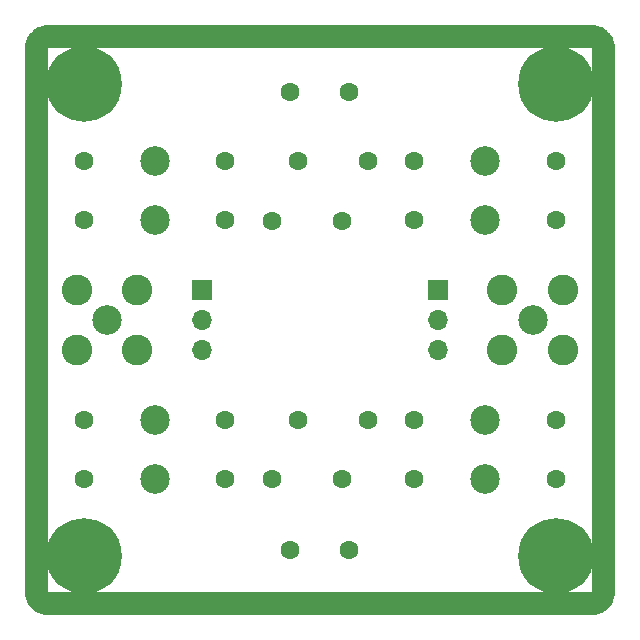
<source format=gts>
%TF.GenerationSoftware,KiCad,Pcbnew,7.0.10-7.0.10~ubuntu22.04.1*%
%TF.CreationDate,2024-01-03T18:08:33-08:00*%
%TF.ProjectId,YamhillDualDoubleTunedCircuit,59616d68-696c-46c4-9475-616c446f7562,A*%
%TF.SameCoordinates,Original*%
%TF.FileFunction,Soldermask,Top*%
%TF.FilePolarity,Negative*%
%FSLAX46Y46*%
G04 Gerber Fmt 4.6, Leading zero omitted, Abs format (unit mm)*
G04 Created by KiCad (PCBNEW 7.0.10-7.0.10~ubuntu22.04.1) date 2024-01-03 18:08:33*
%MOMM*%
%LPD*%
G01*
G04 APERTURE LIST*
%ADD10C,2.500000*%
%ADD11C,1.600000*%
%ADD12R,1.700000X1.700000*%
%ADD13O,1.700000X1.700000*%
%ADD14C,0.800000*%
%ADD15C,6.400000*%
%ADD16C,2.600000*%
G04 APERTURE END LIST*
D10*
%TO.C,C14*%
X139000000Y-88500000D03*
X139000000Y-83500000D03*
%TD*%
D11*
%TO.C,L1*%
X123100000Y-61575010D03*
X120900000Y-66575010D03*
%TD*%
D12*
%TO.C,J3*%
X135000000Y-72475000D03*
D13*
X135000000Y-75015000D03*
X135000000Y-77555000D03*
%TD*%
D11*
%TO.C,C13*%
X133000000Y-88500000D03*
X133000000Y-83500000D03*
%TD*%
D10*
%TO.C,C7*%
X139000000Y-61500000D03*
X139000000Y-66500000D03*
%TD*%
D11*
%TO.C,C1*%
X105000000Y-66500000D03*
X105000000Y-61500000D03*
%TD*%
D14*
%TO.C,H2*%
X102600000Y-55000000D03*
X103302944Y-53302944D03*
X103302944Y-56697056D03*
X105000000Y-52600000D03*
D15*
X105000000Y-55000000D03*
D14*
X105000000Y-57400000D03*
X106697056Y-53302944D03*
X106697056Y-56697056D03*
X107400000Y-55000000D03*
%TD*%
D12*
%TO.C,J2*%
X115000000Y-72475000D03*
D13*
X115000000Y-75015000D03*
X115000000Y-77555000D03*
%TD*%
D10*
%TO.C,C11*%
X111000000Y-88500000D03*
X111000000Y-83500000D03*
%TD*%
D11*
%TO.C,C10*%
X145000000Y-88500000D03*
X145000000Y-83500000D03*
%TD*%
D10*
%TO.C,C4*%
X111000000Y-61500000D03*
X111000000Y-66500000D03*
%TD*%
D11*
%TO.C,C2*%
X122500000Y-55700000D03*
X127500000Y-55700000D03*
%TD*%
D14*
%TO.C,H1*%
X142600000Y-55000000D03*
X143302944Y-53302944D03*
X143302944Y-56697056D03*
X145000000Y-52600000D03*
D15*
X145000000Y-55000000D03*
D14*
X145000000Y-57400000D03*
X146697056Y-53302944D03*
X146697056Y-56697056D03*
X147400000Y-55000000D03*
%TD*%
D11*
%TO.C,C8*%
X105000000Y-83500000D03*
X105000000Y-88500000D03*
%TD*%
D14*
%TO.C,H3*%
X142600000Y-95000000D03*
X143302944Y-93302944D03*
X143302944Y-96697056D03*
X145000000Y-92600000D03*
D15*
X145000000Y-95000000D03*
D14*
X145000000Y-97400000D03*
X146697056Y-93302944D03*
X146697056Y-96697056D03*
X147400000Y-95000000D03*
%TD*%
D11*
%TO.C,C5*%
X117000000Y-61500000D03*
X117000000Y-66500000D03*
%TD*%
D14*
%TO.C,H4*%
X102600000Y-95000000D03*
X103302944Y-93302944D03*
X103302944Y-96697056D03*
X105000000Y-92600000D03*
D15*
X105000000Y-95000000D03*
D14*
X105000000Y-97400000D03*
X106697056Y-93302944D03*
X106697056Y-96697056D03*
X107400000Y-95000000D03*
%TD*%
D11*
%TO.C,C9*%
X122500000Y-94500000D03*
X127500000Y-94500000D03*
%TD*%
D10*
%TO.C,J4*%
X143000000Y-75000000D03*
D16*
X140450000Y-72450000D03*
X140450000Y-77550000D03*
X145550000Y-72450000D03*
X145550000Y-77550000D03*
%TD*%
D11*
%TO.C,L3*%
X120900000Y-88424990D03*
X123100000Y-83424990D03*
%TD*%
%TO.C,C12*%
X117000000Y-88500000D03*
X117000000Y-83500000D03*
%TD*%
%TO.C,C3*%
X145000000Y-61500000D03*
X145000000Y-66500000D03*
%TD*%
%TO.C,L4*%
X126900000Y-88424990D03*
X129100000Y-83424990D03*
%TD*%
%TO.C,C6*%
X133000000Y-61500000D03*
X133000000Y-66500000D03*
%TD*%
D10*
%TO.C,J1*%
X107000000Y-75000000D03*
D16*
X104450000Y-72450000D03*
X104450000Y-77550000D03*
X109550000Y-72450000D03*
X109550000Y-77550000D03*
%TD*%
D11*
%TO.C,L2*%
X129100000Y-61575010D03*
X126900000Y-66575010D03*
%TD*%
G36*
X102003031Y-51750149D02*
G01*
X102018420Y-51750905D01*
X102030531Y-51752098D01*
X102038917Y-51753342D01*
X102102343Y-51782651D01*
X102139854Y-51841597D01*
X102139542Y-51911466D01*
X102101505Y-51970075D01*
X102037820Y-51998815D01*
X102020722Y-52000000D01*
X102000000Y-52000000D01*
X102000000Y-98000000D01*
X102020722Y-98000000D01*
X102087761Y-98019685D01*
X102133516Y-98072489D01*
X102143460Y-98141647D01*
X102114435Y-98205203D01*
X102055657Y-98242977D01*
X102038903Y-98246660D01*
X102030517Y-98247903D01*
X102018428Y-98249093D01*
X102003039Y-98249850D01*
X101996947Y-98250000D01*
X100133328Y-98250000D01*
X100066289Y-98230315D01*
X100020534Y-98177511D01*
X100009644Y-98134846D01*
X100000316Y-98004418D01*
X100000000Y-97995572D01*
X100000000Y-52004427D01*
X100000316Y-51995581D01*
X100009644Y-51865154D01*
X100034061Y-51799690D01*
X100089994Y-51757818D01*
X100133328Y-51750000D01*
X101996947Y-51750000D01*
X102003031Y-51750149D01*
G37*
G36*
X101943039Y-97769685D02*
G01*
X101988794Y-97822489D01*
X102000000Y-97874000D01*
X102000000Y-98000000D01*
X148000000Y-98000000D01*
X148000000Y-97874000D01*
X148019685Y-97806961D01*
X148072489Y-97761206D01*
X148124000Y-97750000D01*
X149876000Y-97750000D01*
X149943039Y-97769685D01*
X149988794Y-97822489D01*
X150000000Y-97874000D01*
X150000000Y-97995572D01*
X149999684Y-98004418D01*
X149980275Y-98275785D01*
X149977757Y-98293297D01*
X149920872Y-98554794D01*
X149915888Y-98571770D01*
X149822361Y-98822524D01*
X149815011Y-98838617D01*
X149686758Y-99073496D01*
X149677193Y-99088380D01*
X149516811Y-99302624D01*
X149505225Y-99315994D01*
X149315994Y-99505225D01*
X149302624Y-99516811D01*
X149088380Y-99677193D01*
X149073496Y-99686758D01*
X148838617Y-99815011D01*
X148822524Y-99822361D01*
X148571770Y-99915888D01*
X148554794Y-99920872D01*
X148293297Y-99977757D01*
X148275785Y-99980275D01*
X148004418Y-99999684D01*
X147995572Y-100000000D01*
X102004428Y-100000000D01*
X101995582Y-99999684D01*
X101724214Y-99980275D01*
X101706702Y-99977757D01*
X101445205Y-99920872D01*
X101428229Y-99915888D01*
X101177475Y-99822361D01*
X101161382Y-99815011D01*
X100926503Y-99686758D01*
X100911619Y-99677193D01*
X100697375Y-99516811D01*
X100684005Y-99505225D01*
X100494774Y-99315994D01*
X100483188Y-99302624D01*
X100322806Y-99088380D01*
X100313241Y-99073496D01*
X100184988Y-98838617D01*
X100177638Y-98822524D01*
X100084111Y-98571770D01*
X100079127Y-98554794D01*
X100022242Y-98293297D01*
X100019724Y-98275785D01*
X100000316Y-98004418D01*
X100000000Y-97995572D01*
X100000000Y-97874000D01*
X100019685Y-97806961D01*
X100072489Y-97761206D01*
X100124000Y-97750000D01*
X101876000Y-97750000D01*
X101943039Y-97769685D01*
G37*
G36*
X149933711Y-51769685D02*
G01*
X149979466Y-51822489D01*
X149990356Y-51865154D01*
X149999684Y-51995581D01*
X150000000Y-52004427D01*
X150000000Y-97995572D01*
X149999684Y-98004418D01*
X149990356Y-98134846D01*
X149965939Y-98200310D01*
X149910006Y-98242182D01*
X149866672Y-98250000D01*
X148003053Y-98250000D01*
X147996961Y-98249850D01*
X147981571Y-98249093D01*
X147969480Y-98247903D01*
X147961095Y-98246660D01*
X147897667Y-98217357D01*
X147860149Y-98158415D01*
X147860455Y-98088546D01*
X147898486Y-98029933D01*
X147962167Y-98001186D01*
X147979278Y-98000000D01*
X148000000Y-98000000D01*
X148000000Y-52000000D01*
X147979278Y-52000000D01*
X147912239Y-51980315D01*
X147866484Y-51927511D01*
X147856540Y-51858353D01*
X147885565Y-51794797D01*
X147944343Y-51757023D01*
X147961081Y-51753343D01*
X147969466Y-51752099D01*
X147981579Y-51750905D01*
X147996969Y-51750149D01*
X148003053Y-51750000D01*
X149866672Y-51750000D01*
X149933711Y-51769685D01*
G37*
G36*
X148004418Y-50000316D02*
G01*
X148275785Y-50019724D01*
X148293297Y-50022242D01*
X148554794Y-50079127D01*
X148571770Y-50084111D01*
X148822524Y-50177638D01*
X148838617Y-50184988D01*
X149073496Y-50313241D01*
X149088380Y-50322806D01*
X149302624Y-50483188D01*
X149315994Y-50494774D01*
X149505225Y-50684005D01*
X149516811Y-50697375D01*
X149677193Y-50911619D01*
X149686758Y-50926503D01*
X149815011Y-51161382D01*
X149822361Y-51177475D01*
X149915888Y-51428229D01*
X149920872Y-51445205D01*
X149977757Y-51706702D01*
X149980275Y-51724214D01*
X149999684Y-51995581D01*
X150000000Y-52004427D01*
X150000000Y-52126000D01*
X149980315Y-52193039D01*
X149927511Y-52238794D01*
X149876000Y-52250000D01*
X148124000Y-52250000D01*
X148056961Y-52230315D01*
X148011206Y-52177511D01*
X148000000Y-52126000D01*
X148000000Y-52000000D01*
X102000000Y-52000000D01*
X102000000Y-52126000D01*
X101980315Y-52193039D01*
X101927511Y-52238794D01*
X101876000Y-52250000D01*
X100124000Y-52250000D01*
X100056961Y-52230315D01*
X100011206Y-52177511D01*
X100000000Y-52126000D01*
X100000000Y-52004427D01*
X100000316Y-51995581D01*
X100019724Y-51724214D01*
X100022242Y-51706702D01*
X100079127Y-51445205D01*
X100084111Y-51428229D01*
X100177638Y-51177475D01*
X100184988Y-51161382D01*
X100313241Y-50926503D01*
X100322806Y-50911619D01*
X100483188Y-50697375D01*
X100494774Y-50684005D01*
X100684005Y-50494774D01*
X100697375Y-50483188D01*
X100911619Y-50322806D01*
X100926503Y-50313241D01*
X101161382Y-50184988D01*
X101177475Y-50177638D01*
X101428229Y-50084111D01*
X101445205Y-50079127D01*
X101706702Y-50022242D01*
X101724214Y-50019724D01*
X101995582Y-50000316D01*
X102004428Y-50000000D01*
X147995572Y-50000000D01*
X148004418Y-50000316D01*
G37*
M02*

</source>
